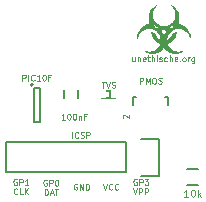
<source format=gto>
G04 #@! TF.FileFunction,Legend,Top*
%FSLAX46Y46*%
G04 Gerber Fmt 4.6, Leading zero omitted, Abs format (unit mm)*
G04 Created by KiCad (PCBNEW 0.201509081510+6169~29~ubuntu14.04.1-product) date 2015-09-09T21:35:09 CEST*
%MOMM*%
G01*
G04 APERTURE LIST*
%ADD10C,0.100000*%
%ADD11C,0.150000*%
%ADD12C,0.127000*%
%ADD13C,0.010000*%
%ADD14C,0.120000*%
%ADD15C,0.175000*%
%ADD16R,0.750000X0.800000*%
%ADD17R,0.500000X0.900000*%
%ADD18R,0.800100X0.698500*%
%ADD19R,1.060000X0.650000*%
%ADD20R,1.727200X2.032000*%
%ADD21O,1.727200X2.032000*%
%ADD22R,0.800100X0.800100*%
%ADD23R,7.500000X1.500000*%
%ADD24R,6.500000X1.000000*%
%ADD25C,3.327400*%
%ADD26R,3.000000X0.900000*%
G04 APERTURE END LIST*
D10*
X92170334Y-73259190D02*
X92337001Y-73759190D01*
X92503667Y-73259190D01*
X92956048Y-73711571D02*
X92932238Y-73735381D01*
X92860810Y-73759190D01*
X92813191Y-73759190D01*
X92741762Y-73735381D01*
X92694143Y-73687762D01*
X92670334Y-73640143D01*
X92646524Y-73544905D01*
X92646524Y-73473476D01*
X92670334Y-73378238D01*
X92694143Y-73330619D01*
X92741762Y-73283000D01*
X92813191Y-73259190D01*
X92860810Y-73259190D01*
X92932238Y-73283000D01*
X92956048Y-73306810D01*
X93456048Y-73711571D02*
X93432238Y-73735381D01*
X93360810Y-73759190D01*
X93313191Y-73759190D01*
X93241762Y-73735381D01*
X93194143Y-73687762D01*
X93170334Y-73640143D01*
X93146524Y-73544905D01*
X93146524Y-73473476D01*
X93170334Y-73378238D01*
X93194143Y-73330619D01*
X93241762Y-73283000D01*
X93313191Y-73259190D01*
X93360810Y-73259190D01*
X93432238Y-73283000D01*
X93456048Y-73306810D01*
X89979547Y-73283000D02*
X89931928Y-73259190D01*
X89860500Y-73259190D01*
X89789071Y-73283000D01*
X89741452Y-73330619D01*
X89717643Y-73378238D01*
X89693833Y-73473476D01*
X89693833Y-73544905D01*
X89717643Y-73640143D01*
X89741452Y-73687762D01*
X89789071Y-73735381D01*
X89860500Y-73759190D01*
X89908119Y-73759190D01*
X89979547Y-73735381D01*
X90003357Y-73711571D01*
X90003357Y-73544905D01*
X89908119Y-73544905D01*
X90217643Y-73759190D02*
X90217643Y-73259190D01*
X90503357Y-73759190D01*
X90503357Y-73259190D01*
X90741453Y-73759190D02*
X90741453Y-73259190D01*
X90860500Y-73259190D01*
X90931929Y-73283000D01*
X90979548Y-73330619D01*
X91003357Y-73378238D01*
X91027167Y-73473476D01*
X91027167Y-73544905D01*
X91003357Y-73640143D01*
X90979548Y-73687762D01*
X90931929Y-73735381D01*
X90860500Y-73759190D01*
X90741453Y-73759190D01*
X93880810Y-67706857D02*
X93857000Y-67683047D01*
X93833190Y-67635428D01*
X93833190Y-67516381D01*
X93857000Y-67468762D01*
X93880810Y-67444952D01*
X93928429Y-67421143D01*
X93976048Y-67421143D01*
X94047476Y-67444952D01*
X94333190Y-67730666D01*
X94333190Y-67421143D01*
X95019857Y-72883000D02*
X94972238Y-72859190D01*
X94900810Y-72859190D01*
X94829381Y-72883000D01*
X94781762Y-72930619D01*
X94757953Y-72978238D01*
X94734143Y-73073476D01*
X94734143Y-73144905D01*
X94757953Y-73240143D01*
X94781762Y-73287762D01*
X94829381Y-73335381D01*
X94900810Y-73359190D01*
X94948429Y-73359190D01*
X95019857Y-73335381D01*
X95043667Y-73311571D01*
X95043667Y-73144905D01*
X94948429Y-73144905D01*
X95257953Y-73359190D02*
X95257953Y-72859190D01*
X95448429Y-72859190D01*
X95496048Y-72883000D01*
X95519857Y-72906810D01*
X95543667Y-72954429D01*
X95543667Y-73025857D01*
X95519857Y-73073476D01*
X95496048Y-73097286D01*
X95448429Y-73121095D01*
X95257953Y-73121095D01*
X95710334Y-72859190D02*
X96019857Y-72859190D01*
X95853191Y-73049667D01*
X95924619Y-73049667D01*
X95972238Y-73073476D01*
X95996048Y-73097286D01*
X96019857Y-73144905D01*
X96019857Y-73263952D01*
X95996048Y-73311571D01*
X95972238Y-73335381D01*
X95924619Y-73359190D01*
X95781762Y-73359190D01*
X95734143Y-73335381D01*
X95710334Y-73311571D01*
X94710334Y-73659190D02*
X94877001Y-74159190D01*
X95043667Y-73659190D01*
X95210334Y-74159190D02*
X95210334Y-73659190D01*
X95400810Y-73659190D01*
X95448429Y-73683000D01*
X95472238Y-73706810D01*
X95496048Y-73754429D01*
X95496048Y-73825857D01*
X95472238Y-73873476D01*
X95448429Y-73897286D01*
X95400810Y-73921095D01*
X95210334Y-73921095D01*
X95710334Y-74159190D02*
X95710334Y-73659190D01*
X95900810Y-73659190D01*
X95948429Y-73683000D01*
X95972238Y-73706810D01*
X95996048Y-73754429D01*
X95996048Y-73825857D01*
X95972238Y-73873476D01*
X95948429Y-73897286D01*
X95900810Y-73921095D01*
X95710334Y-73921095D01*
X84859857Y-72883000D02*
X84812238Y-72859190D01*
X84740810Y-72859190D01*
X84669381Y-72883000D01*
X84621762Y-72930619D01*
X84597953Y-72978238D01*
X84574143Y-73073476D01*
X84574143Y-73144905D01*
X84597953Y-73240143D01*
X84621762Y-73287762D01*
X84669381Y-73335381D01*
X84740810Y-73359190D01*
X84788429Y-73359190D01*
X84859857Y-73335381D01*
X84883667Y-73311571D01*
X84883667Y-73144905D01*
X84788429Y-73144905D01*
X85097953Y-73359190D02*
X85097953Y-72859190D01*
X85288429Y-72859190D01*
X85336048Y-72883000D01*
X85359857Y-72906810D01*
X85383667Y-72954429D01*
X85383667Y-73025857D01*
X85359857Y-73073476D01*
X85336048Y-73097286D01*
X85288429Y-73121095D01*
X85097953Y-73121095D01*
X85859857Y-73359190D02*
X85574143Y-73359190D01*
X85717000Y-73359190D02*
X85717000Y-72859190D01*
X85669381Y-72930619D01*
X85621762Y-72978238D01*
X85574143Y-73002048D01*
X84919381Y-74111571D02*
X84895571Y-74135381D01*
X84824143Y-74159190D01*
X84776524Y-74159190D01*
X84705095Y-74135381D01*
X84657476Y-74087762D01*
X84633667Y-74040143D01*
X84609857Y-73944905D01*
X84609857Y-73873476D01*
X84633667Y-73778238D01*
X84657476Y-73730619D01*
X84705095Y-73683000D01*
X84776524Y-73659190D01*
X84824143Y-73659190D01*
X84895571Y-73683000D01*
X84919381Y-73706810D01*
X85371762Y-74159190D02*
X85133667Y-74159190D01*
X85133667Y-73659190D01*
X85538429Y-74159190D02*
X85538429Y-73659190D01*
X85824143Y-74159190D02*
X85609857Y-73873476D01*
X85824143Y-73659190D02*
X85538429Y-73944905D01*
X87399857Y-72946500D02*
X87352238Y-72922690D01*
X87280810Y-72922690D01*
X87209381Y-72946500D01*
X87161762Y-72994119D01*
X87137953Y-73041738D01*
X87114143Y-73136976D01*
X87114143Y-73208405D01*
X87137953Y-73303643D01*
X87161762Y-73351262D01*
X87209381Y-73398881D01*
X87280810Y-73422690D01*
X87328429Y-73422690D01*
X87399857Y-73398881D01*
X87423667Y-73375071D01*
X87423667Y-73208405D01*
X87328429Y-73208405D01*
X87637953Y-73422690D02*
X87637953Y-72922690D01*
X87828429Y-72922690D01*
X87876048Y-72946500D01*
X87899857Y-72970310D01*
X87923667Y-73017929D01*
X87923667Y-73089357D01*
X87899857Y-73136976D01*
X87876048Y-73160786D01*
X87828429Y-73184595D01*
X87637953Y-73184595D01*
X88233191Y-72922690D02*
X88280810Y-72922690D01*
X88328429Y-72946500D01*
X88352238Y-72970310D01*
X88376048Y-73017929D01*
X88399857Y-73113167D01*
X88399857Y-73232214D01*
X88376048Y-73327452D01*
X88352238Y-73375071D01*
X88328429Y-73398881D01*
X88280810Y-73422690D01*
X88233191Y-73422690D01*
X88185572Y-73398881D01*
X88161762Y-73375071D01*
X88137953Y-73327452D01*
X88114143Y-73232214D01*
X88114143Y-73113167D01*
X88137953Y-73017929D01*
X88161762Y-72970310D01*
X88185572Y-72946500D01*
X88233191Y-72922690D01*
X87221287Y-74222690D02*
X87221287Y-73722690D01*
X87340334Y-73722690D01*
X87411763Y-73746500D01*
X87459382Y-73794119D01*
X87483191Y-73841738D01*
X87507001Y-73936976D01*
X87507001Y-74008405D01*
X87483191Y-74103643D01*
X87459382Y-74151262D01*
X87411763Y-74198881D01*
X87340334Y-74222690D01*
X87221287Y-74222690D01*
X87697477Y-74079833D02*
X87935572Y-74079833D01*
X87649858Y-74222690D02*
X87816525Y-73722690D01*
X87983191Y-74222690D01*
X88078429Y-73722690D02*
X88364143Y-73722690D01*
X88221286Y-74222690D02*
X88221286Y-73722690D01*
D11*
X92770197Y-65443277D02*
X92770197Y-65951277D01*
X88868197Y-65983777D02*
X88868197Y-65283777D01*
X90068197Y-65283777D02*
X90068197Y-65983777D01*
X99255197Y-72007277D02*
X100255197Y-72007277D01*
X100255197Y-73357277D02*
X99255197Y-73357277D01*
D12*
X92973397Y-65417877D02*
X92973397Y-65976677D01*
X92312997Y-65417877D02*
X92312997Y-65976677D01*
X92109797Y-65417877D02*
X92109797Y-65976677D01*
X92109797Y-65976677D02*
X93176597Y-65976677D01*
X93176597Y-65976677D02*
X93176597Y-65417877D01*
X93176597Y-65417877D02*
X92109797Y-65417877D01*
D11*
X86247197Y-64886277D02*
G75*
G03X86247197Y-64886277I-100000J0D01*
G01*
X86797197Y-65136277D02*
X86297197Y-65136277D01*
X86797197Y-68036277D02*
X86797197Y-65136277D01*
X86297197Y-68036277D02*
X86797197Y-68036277D01*
X86297197Y-65136277D02*
X86297197Y-68036277D01*
X95373697Y-69481277D02*
X96923697Y-69481277D01*
X96923697Y-69481277D02*
X96923697Y-72581277D01*
X96923697Y-72581277D02*
X95373697Y-72581277D01*
X94103697Y-72301277D02*
X83943697Y-72301277D01*
X83943697Y-72301277D02*
X83943697Y-69761277D01*
X83943697Y-69761277D02*
X94103697Y-69761277D01*
X94103697Y-72301277D02*
X94103697Y-69761277D01*
X97498357Y-65936037D02*
X97450097Y-65936037D01*
X94699377Y-66637077D02*
X94699377Y-65936037D01*
X94699377Y-65936037D02*
X94948297Y-65936037D01*
X97498357Y-65936037D02*
X97699017Y-65936037D01*
X97699017Y-65936037D02*
X97699017Y-66637077D01*
D13*
G36*
X97604538Y-61460525D02*
X97625350Y-61508410D01*
X97657161Y-61567039D01*
X97695895Y-61629664D01*
X97737475Y-61689540D01*
X97762195Y-61721464D01*
X97836519Y-61799399D01*
X97927832Y-61873967D01*
X98030039Y-61941264D01*
X98137044Y-61997387D01*
X98242751Y-62038430D01*
X98269136Y-62046114D01*
X98335212Y-62059082D01*
X98416317Y-62067706D01*
X98504763Y-62071786D01*
X98592864Y-62071120D01*
X98672933Y-62065510D01*
X98723082Y-62057938D01*
X98769414Y-62048382D01*
X98808703Y-62039974D01*
X98834083Y-62034193D01*
X98837689Y-62033266D01*
X98837629Y-62035230D01*
X98820164Y-62045220D01*
X98788735Y-62061334D01*
X98772383Y-62069380D01*
X98720404Y-62091959D01*
X98657212Y-62115459D01*
X98594124Y-62135761D01*
X98576110Y-62140828D01*
X98531640Y-62152154D01*
X98492205Y-62160214D01*
X98452238Y-62165549D01*
X98406170Y-62168699D01*
X98348434Y-62170204D01*
X98273461Y-62170605D01*
X98269136Y-62170605D01*
X98193511Y-62170264D01*
X98135341Y-62168866D01*
X98088996Y-62165854D01*
X98048846Y-62160669D01*
X98009260Y-62152751D01*
X97964607Y-62141541D01*
X97957680Y-62139691D01*
X97820384Y-62093447D01*
X97685000Y-62030090D01*
X97556913Y-61952805D01*
X97441510Y-61864779D01*
X97358749Y-61785339D01*
X97293999Y-61715401D01*
X97208567Y-61800832D01*
X97081032Y-61912852D01*
X96942155Y-62006123D01*
X96794027Y-62079971D01*
X96638738Y-62133721D01*
X96478378Y-62166696D01*
X96315037Y-62178222D01*
X96150805Y-62167624D01*
X96098590Y-62159483D01*
X96041592Y-62147774D01*
X95981278Y-62132991D01*
X95931181Y-62118480D01*
X95889954Y-62104038D01*
X95843892Y-62086385D01*
X95797711Y-62067539D01*
X95756127Y-62049517D01*
X95723857Y-62034340D01*
X95705617Y-62024026D01*
X95703393Y-62020986D01*
X95715294Y-62022523D01*
X95743050Y-62030037D01*
X95780708Y-62041913D01*
X95781586Y-62042206D01*
X95834502Y-62054596D01*
X95904190Y-62063375D01*
X95984606Y-62068493D01*
X96069708Y-62069902D01*
X96153451Y-62067554D01*
X96229795Y-62061400D01*
X96292695Y-62051392D01*
X96312181Y-62046462D01*
X96452904Y-61995355D01*
X96579801Y-61927464D01*
X96696358Y-61840652D01*
X96782027Y-61758760D01*
X96830700Y-61702678D01*
X96878866Y-61638652D01*
X96922613Y-61572619D01*
X96958026Y-61510513D01*
X96981191Y-61458271D01*
X96982258Y-61455122D01*
X96994346Y-61418494D01*
X97060241Y-61437369D01*
X97106794Y-61446400D01*
X97169469Y-61452600D01*
X97242226Y-61455976D01*
X97319023Y-61456535D01*
X97393821Y-61454285D01*
X97460579Y-61449233D01*
X97513255Y-61441386D01*
X97531222Y-61436800D01*
X97589944Y-61418413D01*
X97604538Y-61460525D01*
X97604538Y-61460525D01*
G37*
X97604538Y-61460525D02*
X97625350Y-61508410D01*
X97657161Y-61567039D01*
X97695895Y-61629664D01*
X97737475Y-61689540D01*
X97762195Y-61721464D01*
X97836519Y-61799399D01*
X97927832Y-61873967D01*
X98030039Y-61941264D01*
X98137044Y-61997387D01*
X98242751Y-62038430D01*
X98269136Y-62046114D01*
X98335212Y-62059082D01*
X98416317Y-62067706D01*
X98504763Y-62071786D01*
X98592864Y-62071120D01*
X98672933Y-62065510D01*
X98723082Y-62057938D01*
X98769414Y-62048382D01*
X98808703Y-62039974D01*
X98834083Y-62034193D01*
X98837689Y-62033266D01*
X98837629Y-62035230D01*
X98820164Y-62045220D01*
X98788735Y-62061334D01*
X98772383Y-62069380D01*
X98720404Y-62091959D01*
X98657212Y-62115459D01*
X98594124Y-62135761D01*
X98576110Y-62140828D01*
X98531640Y-62152154D01*
X98492205Y-62160214D01*
X98452238Y-62165549D01*
X98406170Y-62168699D01*
X98348434Y-62170204D01*
X98273461Y-62170605D01*
X98269136Y-62170605D01*
X98193511Y-62170264D01*
X98135341Y-62168866D01*
X98088996Y-62165854D01*
X98048846Y-62160669D01*
X98009260Y-62152751D01*
X97964607Y-62141541D01*
X97957680Y-62139691D01*
X97820384Y-62093447D01*
X97685000Y-62030090D01*
X97556913Y-61952805D01*
X97441510Y-61864779D01*
X97358749Y-61785339D01*
X97293999Y-61715401D01*
X97208567Y-61800832D01*
X97081032Y-61912852D01*
X96942155Y-62006123D01*
X96794027Y-62079971D01*
X96638738Y-62133721D01*
X96478378Y-62166696D01*
X96315037Y-62178222D01*
X96150805Y-62167624D01*
X96098590Y-62159483D01*
X96041592Y-62147774D01*
X95981278Y-62132991D01*
X95931181Y-62118480D01*
X95889954Y-62104038D01*
X95843892Y-62086385D01*
X95797711Y-62067539D01*
X95756127Y-62049517D01*
X95723857Y-62034340D01*
X95705617Y-62024026D01*
X95703393Y-62020986D01*
X95715294Y-62022523D01*
X95743050Y-62030037D01*
X95780708Y-62041913D01*
X95781586Y-62042206D01*
X95834502Y-62054596D01*
X95904190Y-62063375D01*
X95984606Y-62068493D01*
X96069708Y-62069902D01*
X96153451Y-62067554D01*
X96229795Y-62061400D01*
X96292695Y-62051392D01*
X96312181Y-62046462D01*
X96452904Y-61995355D01*
X96579801Y-61927464D01*
X96696358Y-61840652D01*
X96782027Y-61758760D01*
X96830700Y-61702678D01*
X96878866Y-61638652D01*
X96922613Y-61572619D01*
X96958026Y-61510513D01*
X96981191Y-61458271D01*
X96982258Y-61455122D01*
X96994346Y-61418494D01*
X97060241Y-61437369D01*
X97106794Y-61446400D01*
X97169469Y-61452600D01*
X97242226Y-61455976D01*
X97319023Y-61456535D01*
X97393821Y-61454285D01*
X97460579Y-61449233D01*
X97513255Y-61441386D01*
X97531222Y-61436800D01*
X97589944Y-61418413D01*
X97604538Y-61460525D01*
G36*
X98875272Y-62022182D02*
X98869500Y-62027955D01*
X98863727Y-62022182D01*
X98869500Y-62016409D01*
X98875272Y-62022182D01*
X98875272Y-62022182D01*
G37*
X98875272Y-62022182D02*
X98869500Y-62027955D01*
X98863727Y-62022182D01*
X98869500Y-62016409D01*
X98875272Y-62022182D01*
G36*
X96409047Y-60505291D02*
X96562994Y-60597505D01*
X96612534Y-60697934D01*
X96677898Y-60804822D01*
X96761968Y-60900224D01*
X96862408Y-60982162D01*
X96976881Y-61048662D01*
X97074181Y-61088465D01*
X97107135Y-61097886D01*
X97144091Y-61104204D01*
X97190293Y-61107912D01*
X97250983Y-61109503D01*
X97299318Y-61109640D01*
X97364689Y-61109188D01*
X97412823Y-61107677D01*
X97449571Y-61104242D01*
X97480785Y-61098015D01*
X97512318Y-61088130D01*
X97550022Y-61073720D01*
X97554838Y-61071805D01*
X97673867Y-61013035D01*
X97780052Y-60937456D01*
X97871028Y-60847242D01*
X97944429Y-60744567D01*
X97975902Y-60684758D01*
X98015136Y-60600360D01*
X98158506Y-60514635D01*
X98210373Y-60483776D01*
X98255496Y-60457220D01*
X98290019Y-60437213D01*
X98310091Y-60426001D01*
X98313146Y-60424506D01*
X98318678Y-60431760D01*
X98319321Y-60456825D01*
X98315661Y-60495079D01*
X98308283Y-60541901D01*
X98297772Y-60592667D01*
X98286147Y-60637801D01*
X98233457Y-60780653D01*
X98160392Y-60914332D01*
X98068704Y-61036272D01*
X97960142Y-61143907D01*
X97917000Y-61178865D01*
X97792650Y-61260121D01*
X97657617Y-61322575D01*
X97515160Y-61365429D01*
X97368539Y-61387883D01*
X97221016Y-61389139D01*
X97112761Y-61375874D01*
X96963782Y-61337573D01*
X96824978Y-61279436D01*
X96697792Y-61203005D01*
X96583665Y-61109818D01*
X96484042Y-61001418D01*
X96400364Y-60879344D01*
X96334074Y-60745137D01*
X96286614Y-60600337D01*
X96261794Y-60467176D01*
X96255100Y-60413078D01*
X96409047Y-60505291D01*
X96409047Y-60505291D01*
G37*
X96409047Y-60505291D02*
X96562994Y-60597505D01*
X96612534Y-60697934D01*
X96677898Y-60804822D01*
X96761968Y-60900224D01*
X96862408Y-60982162D01*
X96976881Y-61048662D01*
X97074181Y-61088465D01*
X97107135Y-61097886D01*
X97144091Y-61104204D01*
X97190293Y-61107912D01*
X97250983Y-61109503D01*
X97299318Y-61109640D01*
X97364689Y-61109188D01*
X97412823Y-61107677D01*
X97449571Y-61104242D01*
X97480785Y-61098015D01*
X97512318Y-61088130D01*
X97550022Y-61073720D01*
X97554838Y-61071805D01*
X97673867Y-61013035D01*
X97780052Y-60937456D01*
X97871028Y-60847242D01*
X97944429Y-60744567D01*
X97975902Y-60684758D01*
X98015136Y-60600360D01*
X98158506Y-60514635D01*
X98210373Y-60483776D01*
X98255496Y-60457220D01*
X98290019Y-60437213D01*
X98310091Y-60426001D01*
X98313146Y-60424506D01*
X98318678Y-60431760D01*
X98319321Y-60456825D01*
X98315661Y-60495079D01*
X98308283Y-60541901D01*
X98297772Y-60592667D01*
X98286147Y-60637801D01*
X98233457Y-60780653D01*
X98160392Y-60914332D01*
X98068704Y-61036272D01*
X97960142Y-61143907D01*
X97917000Y-61178865D01*
X97792650Y-61260121D01*
X97657617Y-61322575D01*
X97515160Y-61365429D01*
X97368539Y-61387883D01*
X97221016Y-61389139D01*
X97112761Y-61375874D01*
X96963782Y-61337573D01*
X96824978Y-61279436D01*
X96697792Y-61203005D01*
X96583665Y-61109818D01*
X96484042Y-61001418D01*
X96400364Y-60879344D01*
X96334074Y-60745137D01*
X96286614Y-60600337D01*
X96261794Y-60467176D01*
X96255100Y-60413078D01*
X96409047Y-60505291D01*
G36*
X97154888Y-60514655D02*
X97218463Y-60548061D01*
X97287083Y-60560494D01*
X97356131Y-60551955D01*
X97420992Y-60522442D01*
X97432202Y-60514655D01*
X97445122Y-60510848D01*
X97465604Y-60515797D01*
X97497536Y-60530973D01*
X97541883Y-60556122D01*
X97582524Y-60580172D01*
X97614883Y-60599548D01*
X97634341Y-60611473D01*
X97637828Y-60613807D01*
X97635250Y-60625049D01*
X97624543Y-60649856D01*
X97616532Y-60666150D01*
X97601911Y-60701125D01*
X97585405Y-60750314D01*
X97568815Y-60807028D01*
X97553939Y-60864578D01*
X97542577Y-60916274D01*
X97536530Y-60955427D01*
X97536000Y-60965499D01*
X97533355Y-60984627D01*
X97521832Y-60997828D01*
X97496048Y-61009649D01*
X97475386Y-61016704D01*
X97409779Y-61031811D01*
X97331743Y-61040193D01*
X97251054Y-61041455D01*
X97177487Y-61035206D01*
X97149227Y-61029819D01*
X97110169Y-61020994D01*
X97079273Y-61014756D01*
X97065522Y-61012696D01*
X97055240Y-61001715D01*
X97051096Y-60974266D01*
X97051090Y-60973026D01*
X97047418Y-60936671D01*
X97037612Y-60885558D01*
X97023488Y-60826607D01*
X97006863Y-60766738D01*
X96989552Y-60712873D01*
X96973372Y-60671932D01*
X96970557Y-60666150D01*
X96956668Y-60636915D01*
X96949444Y-60617650D01*
X96949262Y-60613807D01*
X96960184Y-60606856D01*
X96986410Y-60591009D01*
X97023320Y-60569043D01*
X97045207Y-60556122D01*
X97091576Y-60529899D01*
X97122811Y-60515296D01*
X97142800Y-60510843D01*
X97154888Y-60514655D01*
X97154888Y-60514655D01*
G37*
X97154888Y-60514655D02*
X97218463Y-60548061D01*
X97287083Y-60560494D01*
X97356131Y-60551955D01*
X97420992Y-60522442D01*
X97432202Y-60514655D01*
X97445122Y-60510848D01*
X97465604Y-60515797D01*
X97497536Y-60530973D01*
X97541883Y-60556122D01*
X97582524Y-60580172D01*
X97614883Y-60599548D01*
X97634341Y-60611473D01*
X97637828Y-60613807D01*
X97635250Y-60625049D01*
X97624543Y-60649856D01*
X97616532Y-60666150D01*
X97601911Y-60701125D01*
X97585405Y-60750314D01*
X97568815Y-60807028D01*
X97553939Y-60864578D01*
X97542577Y-60916274D01*
X97536530Y-60955427D01*
X97536000Y-60965499D01*
X97533355Y-60984627D01*
X97521832Y-60997828D01*
X97496048Y-61009649D01*
X97475386Y-61016704D01*
X97409779Y-61031811D01*
X97331743Y-61040193D01*
X97251054Y-61041455D01*
X97177487Y-61035206D01*
X97149227Y-61029819D01*
X97110169Y-61020994D01*
X97079273Y-61014756D01*
X97065522Y-61012696D01*
X97055240Y-61001715D01*
X97051096Y-60974266D01*
X97051090Y-60973026D01*
X97047418Y-60936671D01*
X97037612Y-60885558D01*
X97023488Y-60826607D01*
X97006863Y-60766738D01*
X96989552Y-60712873D01*
X96973372Y-60671932D01*
X96970557Y-60666150D01*
X96956668Y-60636915D01*
X96949444Y-60617650D01*
X96949262Y-60613807D01*
X96960184Y-60606856D01*
X96986410Y-60591009D01*
X97023320Y-60569043D01*
X97045207Y-60556122D01*
X97091576Y-60529899D01*
X97122811Y-60515296D01*
X97142800Y-60510843D01*
X97154888Y-60514655D01*
G36*
X96568283Y-58223237D02*
X96469901Y-58345828D01*
X96393416Y-58473565D01*
X96337853Y-58608421D01*
X96302236Y-58752368D01*
X96299927Y-58766143D01*
X96292052Y-58846455D01*
X96291089Y-58939031D01*
X96296550Y-59035054D01*
X96307949Y-59125708D01*
X96323800Y-59198701D01*
X96374961Y-59338005D01*
X96445621Y-59466937D01*
X96533837Y-59583693D01*
X96637663Y-59686467D01*
X96755156Y-59773453D01*
X96884371Y-59842848D01*
X97023365Y-59892844D01*
X97088126Y-59908439D01*
X97134824Y-59917258D01*
X97176133Y-59923733D01*
X97204044Y-59926632D01*
X97206467Y-59926682D01*
X97235818Y-59926682D01*
X97235818Y-60042499D01*
X97235311Y-60096216D01*
X97233316Y-60131186D01*
X97229123Y-60151737D01*
X97222021Y-60162201D01*
X97215613Y-60165605D01*
X97161894Y-60196592D01*
X97119989Y-60243875D01*
X97093480Y-60302177D01*
X97085727Y-60357024D01*
X97085727Y-60407286D01*
X96990477Y-60461589D01*
X96895227Y-60515893D01*
X96860590Y-60472858D01*
X96781440Y-60381502D01*
X96703396Y-60307244D01*
X96620427Y-60245224D01*
X96526504Y-60190581D01*
X96484536Y-60169710D01*
X96343459Y-60114391D01*
X96199930Y-60081068D01*
X96055977Y-60069084D01*
X95913624Y-60077782D01*
X95774901Y-60106507D01*
X95641834Y-60154600D01*
X95516450Y-60221405D01*
X95400775Y-60306267D01*
X95296837Y-60408527D01*
X95206663Y-60527530D01*
X95165164Y-60597129D01*
X95127912Y-60674850D01*
X95094979Y-60761034D01*
X95070621Y-60844134D01*
X95065443Y-60867635D01*
X95059687Y-60894394D01*
X95056700Y-60899742D01*
X95055282Y-60885013D01*
X95055060Y-60879182D01*
X95058249Y-60809018D01*
X95070999Y-60724637D01*
X95091755Y-60632061D01*
X95118962Y-60537312D01*
X95151064Y-60446412D01*
X95186507Y-60365383D01*
X95189062Y-60360257D01*
X95270847Y-60221632D01*
X95369952Y-60094408D01*
X95483914Y-59980499D01*
X95610269Y-59881824D01*
X95746553Y-59800297D01*
X95883791Y-59740665D01*
X96426589Y-59740665D01*
X96428195Y-59763145D01*
X96433364Y-59800762D01*
X96442188Y-59856716D01*
X96446612Y-59884027D01*
X96456163Y-59943683D01*
X96464238Y-59995716D01*
X96470156Y-60035619D01*
X96473237Y-60058885D01*
X96473521Y-60062341D01*
X96478876Y-60067178D01*
X96496164Y-60070886D01*
X96527560Y-60073582D01*
X96575234Y-60075383D01*
X96641360Y-60076406D01*
X96728110Y-60076768D01*
X96741287Y-60076773D01*
X96816760Y-60076593D01*
X96883574Y-60076088D01*
X96938593Y-60075310D01*
X96978684Y-60074313D01*
X97000710Y-60073147D01*
X97003946Y-60072384D01*
X96993020Y-60065327D01*
X96965395Y-60048227D01*
X96924153Y-60022953D01*
X96872379Y-59991373D01*
X96813155Y-59955355D01*
X96749565Y-59916766D01*
X96684691Y-59877476D01*
X96621617Y-59839351D01*
X96563425Y-59804260D01*
X96513199Y-59774071D01*
X96474022Y-59750653D01*
X96448977Y-59735872D01*
X96442233Y-59732042D01*
X96433701Y-59728314D01*
X96428456Y-59730121D01*
X96426589Y-59740665D01*
X95883791Y-59740665D01*
X95890302Y-59737836D01*
X96039053Y-59696356D01*
X96043903Y-59695389D01*
X96081015Y-59686902D01*
X96107013Y-59678691D01*
X96115909Y-59672987D01*
X96112403Y-59658500D01*
X96103279Y-59629042D01*
X96092408Y-59596558D01*
X96057751Y-59464330D01*
X96039989Y-59321485D01*
X96038906Y-59172909D01*
X96054287Y-59023491D01*
X96085916Y-58878118D01*
X96129644Y-58751033D01*
X96193136Y-58621143D01*
X96272711Y-58496020D01*
X96364740Y-58380228D01*
X96465593Y-58278331D01*
X96571641Y-58194896D01*
X96571954Y-58194684D01*
X96629681Y-58155668D01*
X96568283Y-58223237D01*
X96568283Y-58223237D01*
G37*
X96568283Y-58223237D02*
X96469901Y-58345828D01*
X96393416Y-58473565D01*
X96337853Y-58608421D01*
X96302236Y-58752368D01*
X96299927Y-58766143D01*
X96292052Y-58846455D01*
X96291089Y-58939031D01*
X96296550Y-59035054D01*
X96307949Y-59125708D01*
X96323800Y-59198701D01*
X96374961Y-59338005D01*
X96445621Y-59466937D01*
X96533837Y-59583693D01*
X96637663Y-59686467D01*
X96755156Y-59773453D01*
X96884371Y-59842848D01*
X97023365Y-59892844D01*
X97088126Y-59908439D01*
X97134824Y-59917258D01*
X97176133Y-59923733D01*
X97204044Y-59926632D01*
X97206467Y-59926682D01*
X97235818Y-59926682D01*
X97235818Y-60042499D01*
X97235311Y-60096216D01*
X97233316Y-60131186D01*
X97229123Y-60151737D01*
X97222021Y-60162201D01*
X97215613Y-60165605D01*
X97161894Y-60196592D01*
X97119989Y-60243875D01*
X97093480Y-60302177D01*
X97085727Y-60357024D01*
X97085727Y-60407286D01*
X96990477Y-60461589D01*
X96895227Y-60515893D01*
X96860590Y-60472858D01*
X96781440Y-60381502D01*
X96703396Y-60307244D01*
X96620427Y-60245224D01*
X96526504Y-60190581D01*
X96484536Y-60169710D01*
X96343459Y-60114391D01*
X96199930Y-60081068D01*
X96055977Y-60069084D01*
X95913624Y-60077782D01*
X95774901Y-60106507D01*
X95641834Y-60154600D01*
X95516450Y-60221405D01*
X95400775Y-60306267D01*
X95296837Y-60408527D01*
X95206663Y-60527530D01*
X95165164Y-60597129D01*
X95127912Y-60674850D01*
X95094979Y-60761034D01*
X95070621Y-60844134D01*
X95065443Y-60867635D01*
X95059687Y-60894394D01*
X95056700Y-60899742D01*
X95055282Y-60885013D01*
X95055060Y-60879182D01*
X95058249Y-60809018D01*
X95070999Y-60724637D01*
X95091755Y-60632061D01*
X95118962Y-60537312D01*
X95151064Y-60446412D01*
X95186507Y-60365383D01*
X95189062Y-60360257D01*
X95270847Y-60221632D01*
X95369952Y-60094408D01*
X95483914Y-59980499D01*
X95610269Y-59881824D01*
X95746553Y-59800297D01*
X95883791Y-59740665D01*
X96426589Y-59740665D01*
X96428195Y-59763145D01*
X96433364Y-59800762D01*
X96442188Y-59856716D01*
X96446612Y-59884027D01*
X96456163Y-59943683D01*
X96464238Y-59995716D01*
X96470156Y-60035619D01*
X96473237Y-60058885D01*
X96473521Y-60062341D01*
X96478876Y-60067178D01*
X96496164Y-60070886D01*
X96527560Y-60073582D01*
X96575234Y-60075383D01*
X96641360Y-60076406D01*
X96728110Y-60076768D01*
X96741287Y-60076773D01*
X96816760Y-60076593D01*
X96883574Y-60076088D01*
X96938593Y-60075310D01*
X96978684Y-60074313D01*
X97000710Y-60073147D01*
X97003946Y-60072384D01*
X96993020Y-60065327D01*
X96965395Y-60048227D01*
X96924153Y-60022953D01*
X96872379Y-59991373D01*
X96813155Y-59955355D01*
X96749565Y-59916766D01*
X96684691Y-59877476D01*
X96621617Y-59839351D01*
X96563425Y-59804260D01*
X96513199Y-59774071D01*
X96474022Y-59750653D01*
X96448977Y-59735872D01*
X96442233Y-59732042D01*
X96433701Y-59728314D01*
X96428456Y-59730121D01*
X96426589Y-59740665D01*
X95883791Y-59740665D01*
X95890302Y-59737836D01*
X96039053Y-59696356D01*
X96043903Y-59695389D01*
X96081015Y-59686902D01*
X96107013Y-59678691D01*
X96115909Y-59672987D01*
X96112403Y-59658500D01*
X96103279Y-59629042D01*
X96092408Y-59596558D01*
X96057751Y-59464330D01*
X96039989Y-59321485D01*
X96038906Y-59172909D01*
X96054287Y-59023491D01*
X96085916Y-58878118D01*
X96129644Y-58751033D01*
X96193136Y-58621143D01*
X96272711Y-58496020D01*
X96364740Y-58380228D01*
X96465593Y-58278331D01*
X96571641Y-58194896D01*
X96571954Y-58194684D01*
X96629681Y-58155668D01*
X96568283Y-58223237D01*
G36*
X98009363Y-58195714D02*
X98083609Y-58252955D01*
X98161608Y-58324681D01*
X98237173Y-58404536D01*
X98304121Y-58486162D01*
X98337081Y-58532588D01*
X98419438Y-58677007D01*
X98481596Y-58829971D01*
X98523233Y-58988959D01*
X98544026Y-59151452D01*
X98543653Y-59314928D01*
X98521791Y-59476867D01*
X98478117Y-59634749D01*
X98478106Y-59634781D01*
X98461487Y-59681883D01*
X98511776Y-59689425D01*
X98573006Y-59702639D01*
X98646788Y-59724829D01*
X98725683Y-59753419D01*
X98802248Y-59785834D01*
X98833593Y-59800799D01*
X98975593Y-59884033D01*
X99104682Y-59985033D01*
X99219310Y-60101669D01*
X99317925Y-60231814D01*
X99398979Y-60373336D01*
X99460920Y-60524107D01*
X99502199Y-60681998D01*
X99510310Y-60730356D01*
X99516063Y-60776412D01*
X99519271Y-60815874D01*
X99520059Y-60845730D01*
X99518554Y-60862965D01*
X99514884Y-60864565D01*
X99509176Y-60847515D01*
X99505985Y-60833000D01*
X99487344Y-60765550D01*
X99457833Y-60688148D01*
X99420968Y-60608903D01*
X99380269Y-60535925D01*
X99370294Y-60520203D01*
X99280459Y-60402340D01*
X99177709Y-60302133D01*
X99064126Y-60219681D01*
X98941794Y-60155084D01*
X98812798Y-60108440D01*
X98679219Y-60079850D01*
X98543142Y-60069412D01*
X98406651Y-60077227D01*
X98271828Y-60103393D01*
X98140758Y-60148011D01*
X98015523Y-60211179D01*
X97898207Y-60292997D01*
X97790894Y-60393564D01*
X97748201Y-60442773D01*
X97720960Y-60475004D01*
X97699018Y-60498738D01*
X97686545Y-60509506D01*
X97685718Y-60509727D01*
X97672758Y-60504453D01*
X97644637Y-60490312D01*
X97606278Y-60469829D01*
X97584391Y-60457773D01*
X97539803Y-60432118D01*
X97512516Y-60413669D01*
X97499114Y-60399440D01*
X97496179Y-60386442D01*
X97497050Y-60381391D01*
X97497545Y-60336887D01*
X97481883Y-60287029D01*
X97453776Y-60238229D01*
X97416938Y-60196896D01*
X97375083Y-60169441D01*
X97374017Y-60168993D01*
X97338928Y-60154459D01*
X97341429Y-60070299D01*
X97561716Y-60070299D01*
X97570811Y-60072149D01*
X97599855Y-60073793D01*
X97645707Y-60075151D01*
X97705224Y-60076144D01*
X97775266Y-60076691D01*
X97816719Y-60076773D01*
X98078196Y-60076773D01*
X98084196Y-60050796D01*
X98089208Y-60025426D01*
X98096062Y-59985870D01*
X98104007Y-59937065D01*
X98112296Y-59883951D01*
X98120179Y-59831467D01*
X98126906Y-59784551D01*
X98131729Y-59748143D01*
X98133897Y-59727180D01*
X98133769Y-59724048D01*
X98123708Y-59729082D01*
X98096974Y-59744383D01*
X98056573Y-59768133D01*
X98005508Y-59798514D01*
X97946782Y-59833707D01*
X97883401Y-59871896D01*
X97818367Y-59911260D01*
X97754685Y-59949983D01*
X97695358Y-59986245D01*
X97643391Y-60018229D01*
X97601787Y-60044117D01*
X97573550Y-60062090D01*
X97561716Y-60070299D01*
X97341429Y-60070299D01*
X97342214Y-60043923D01*
X97345500Y-59933388D01*
X97432090Y-59919532D01*
X97586070Y-59883976D01*
X97728261Y-59828893D01*
X97857675Y-59755070D01*
X97973325Y-59663296D01*
X98074227Y-59554356D01*
X98159391Y-59429038D01*
X98227832Y-59288129D01*
X98229805Y-59283196D01*
X98270917Y-59149365D01*
X98291877Y-59008456D01*
X98292832Y-58864395D01*
X98273930Y-58721108D01*
X98235318Y-58582522D01*
X98200281Y-58498000D01*
X98159270Y-58418578D01*
X98115049Y-58349234D01*
X98061887Y-58281732D01*
X98010071Y-58224578D01*
X97934318Y-58144610D01*
X98009363Y-58195714D01*
X98009363Y-58195714D01*
G37*
X98009363Y-58195714D02*
X98083609Y-58252955D01*
X98161608Y-58324681D01*
X98237173Y-58404536D01*
X98304121Y-58486162D01*
X98337081Y-58532588D01*
X98419438Y-58677007D01*
X98481596Y-58829971D01*
X98523233Y-58988959D01*
X98544026Y-59151452D01*
X98543653Y-59314928D01*
X98521791Y-59476867D01*
X98478117Y-59634749D01*
X98478106Y-59634781D01*
X98461487Y-59681883D01*
X98511776Y-59689425D01*
X98573006Y-59702639D01*
X98646788Y-59724829D01*
X98725683Y-59753419D01*
X98802248Y-59785834D01*
X98833593Y-59800799D01*
X98975593Y-59884033D01*
X99104682Y-59985033D01*
X99219310Y-60101669D01*
X99317925Y-60231814D01*
X99398979Y-60373336D01*
X99460920Y-60524107D01*
X99502199Y-60681998D01*
X99510310Y-60730356D01*
X99516063Y-60776412D01*
X99519271Y-60815874D01*
X99520059Y-60845730D01*
X99518554Y-60862965D01*
X99514884Y-60864565D01*
X99509176Y-60847515D01*
X99505985Y-60833000D01*
X99487344Y-60765550D01*
X99457833Y-60688148D01*
X99420968Y-60608903D01*
X99380269Y-60535925D01*
X99370294Y-60520203D01*
X99280459Y-60402340D01*
X99177709Y-60302133D01*
X99064126Y-60219681D01*
X98941794Y-60155084D01*
X98812798Y-60108440D01*
X98679219Y-60079850D01*
X98543142Y-60069412D01*
X98406651Y-60077227D01*
X98271828Y-60103393D01*
X98140758Y-60148011D01*
X98015523Y-60211179D01*
X97898207Y-60292997D01*
X97790894Y-60393564D01*
X97748201Y-60442773D01*
X97720960Y-60475004D01*
X97699018Y-60498738D01*
X97686545Y-60509506D01*
X97685718Y-60509727D01*
X97672758Y-60504453D01*
X97644637Y-60490312D01*
X97606278Y-60469829D01*
X97584391Y-60457773D01*
X97539803Y-60432118D01*
X97512516Y-60413669D01*
X97499114Y-60399440D01*
X97496179Y-60386442D01*
X97497050Y-60381391D01*
X97497545Y-60336887D01*
X97481883Y-60287029D01*
X97453776Y-60238229D01*
X97416938Y-60196896D01*
X97375083Y-60169441D01*
X97374017Y-60168993D01*
X97338928Y-60154459D01*
X97341429Y-60070299D01*
X97561716Y-60070299D01*
X97570811Y-60072149D01*
X97599855Y-60073793D01*
X97645707Y-60075151D01*
X97705224Y-60076144D01*
X97775266Y-60076691D01*
X97816719Y-60076773D01*
X98078196Y-60076773D01*
X98084196Y-60050796D01*
X98089208Y-60025426D01*
X98096062Y-59985870D01*
X98104007Y-59937065D01*
X98112296Y-59883951D01*
X98120179Y-59831467D01*
X98126906Y-59784551D01*
X98131729Y-59748143D01*
X98133897Y-59727180D01*
X98133769Y-59724048D01*
X98123708Y-59729082D01*
X98096974Y-59744383D01*
X98056573Y-59768133D01*
X98005508Y-59798514D01*
X97946782Y-59833707D01*
X97883401Y-59871896D01*
X97818367Y-59911260D01*
X97754685Y-59949983D01*
X97695358Y-59986245D01*
X97643391Y-60018229D01*
X97601787Y-60044117D01*
X97573550Y-60062090D01*
X97561716Y-60070299D01*
X97341429Y-60070299D01*
X97342214Y-60043923D01*
X97345500Y-59933388D01*
X97432090Y-59919532D01*
X97586070Y-59883976D01*
X97728261Y-59828893D01*
X97857675Y-59755070D01*
X97973325Y-59663296D01*
X98074227Y-59554356D01*
X98159391Y-59429038D01*
X98227832Y-59288129D01*
X98229805Y-59283196D01*
X98270917Y-59149365D01*
X98291877Y-59008456D01*
X98292832Y-58864395D01*
X98273930Y-58721108D01*
X98235318Y-58582522D01*
X98200281Y-58498000D01*
X98159270Y-58418578D01*
X98115049Y-58349234D01*
X98061887Y-58281732D01*
X98010071Y-58224578D01*
X97934318Y-58144610D01*
X98009363Y-58195714D01*
G36*
X96654923Y-58144594D02*
X96652772Y-58148682D01*
X96641894Y-58159708D01*
X96639864Y-58160227D01*
X96639076Y-58152770D01*
X96641227Y-58148682D01*
X96652105Y-58137656D01*
X96654135Y-58137137D01*
X96654923Y-58144594D01*
X96654923Y-58144594D01*
G37*
X96654923Y-58144594D02*
X96652772Y-58148682D01*
X96641894Y-58159708D01*
X96639864Y-58160227D01*
X96639076Y-58152770D01*
X96641227Y-58148682D01*
X96652105Y-58137656D01*
X96654135Y-58137137D01*
X96654923Y-58144594D01*
D10*
X88948388Y-67828467D02*
X88662674Y-67828467D01*
X88805531Y-67828467D02*
X88805531Y-67328467D01*
X88757912Y-67399896D01*
X88710293Y-67447515D01*
X88662674Y-67471325D01*
X89257912Y-67328467D02*
X89305531Y-67328467D01*
X89353150Y-67352277D01*
X89376959Y-67376087D01*
X89400769Y-67423706D01*
X89424578Y-67518944D01*
X89424578Y-67637991D01*
X89400769Y-67733229D01*
X89376959Y-67780848D01*
X89353150Y-67804658D01*
X89305531Y-67828467D01*
X89257912Y-67828467D01*
X89210293Y-67804658D01*
X89186483Y-67780848D01*
X89162674Y-67733229D01*
X89138864Y-67637991D01*
X89138864Y-67518944D01*
X89162674Y-67423706D01*
X89186483Y-67376087D01*
X89210293Y-67352277D01*
X89257912Y-67328467D01*
X89734102Y-67328467D02*
X89781721Y-67328467D01*
X89829340Y-67352277D01*
X89853149Y-67376087D01*
X89876959Y-67423706D01*
X89900768Y-67518944D01*
X89900768Y-67637991D01*
X89876959Y-67733229D01*
X89853149Y-67780848D01*
X89829340Y-67804658D01*
X89781721Y-67828467D01*
X89734102Y-67828467D01*
X89686483Y-67804658D01*
X89662673Y-67780848D01*
X89638864Y-67733229D01*
X89615054Y-67637991D01*
X89615054Y-67518944D01*
X89638864Y-67423706D01*
X89662673Y-67376087D01*
X89686483Y-67352277D01*
X89734102Y-67328467D01*
X90115054Y-67495134D02*
X90115054Y-67828467D01*
X90115054Y-67542753D02*
X90138863Y-67518944D01*
X90186482Y-67495134D01*
X90257911Y-67495134D01*
X90305530Y-67518944D01*
X90329339Y-67566563D01*
X90329339Y-67828467D01*
X90734101Y-67566563D02*
X90567435Y-67566563D01*
X90567435Y-67828467D02*
X90567435Y-67328467D01*
X90805530Y-67328467D01*
X99398054Y-74350706D02*
X99055197Y-74350706D01*
X99226625Y-74350706D02*
X99226625Y-73750706D01*
X99169482Y-73836420D01*
X99112340Y-73893563D01*
X99055197Y-73922134D01*
X99769483Y-73750706D02*
X99826626Y-73750706D01*
X99883769Y-73779277D01*
X99912340Y-73807848D01*
X99940911Y-73864991D01*
X99969483Y-73979277D01*
X99969483Y-74122134D01*
X99940911Y-74236420D01*
X99912340Y-74293563D01*
X99883769Y-74322134D01*
X99826626Y-74350706D01*
X99769483Y-74350706D01*
X99712340Y-74322134D01*
X99683769Y-74293563D01*
X99655197Y-74236420D01*
X99626626Y-74122134D01*
X99626626Y-73979277D01*
X99655197Y-73864991D01*
X99683769Y-73807848D01*
X99712340Y-73779277D01*
X99769483Y-73750706D01*
X100226626Y-74350706D02*
X100226626Y-73750706D01*
X100283769Y-74122134D02*
X100455198Y-74350706D01*
X100455198Y-73950706D02*
X100226626Y-74179277D01*
X92051263Y-64623190D02*
X92336977Y-64623190D01*
X92194120Y-65123190D02*
X92194120Y-64623190D01*
X92432215Y-64623190D02*
X92598882Y-65123190D01*
X92765548Y-64623190D01*
X92908405Y-65099381D02*
X92979834Y-65123190D01*
X93098881Y-65123190D01*
X93146500Y-65099381D01*
X93170310Y-65075571D01*
X93194119Y-65027952D01*
X93194119Y-64980333D01*
X93170310Y-64932714D01*
X93146500Y-64908905D01*
X93098881Y-64885095D01*
X93003643Y-64861286D01*
X92956024Y-64837476D01*
X92932215Y-64813667D01*
X92908405Y-64766048D01*
X92908405Y-64718429D01*
X92932215Y-64670810D01*
X92956024Y-64647000D01*
X93003643Y-64623190D01*
X93122691Y-64623190D01*
X93194119Y-64647000D01*
X85356722Y-64526467D02*
X85356722Y-64026467D01*
X85547198Y-64026467D01*
X85594817Y-64050277D01*
X85618626Y-64074087D01*
X85642436Y-64121706D01*
X85642436Y-64193134D01*
X85618626Y-64240753D01*
X85594817Y-64264563D01*
X85547198Y-64288372D01*
X85356722Y-64288372D01*
X85856722Y-64526467D02*
X85856722Y-64026467D01*
X86380531Y-64478848D02*
X86356721Y-64502658D01*
X86285293Y-64526467D01*
X86237674Y-64526467D01*
X86166245Y-64502658D01*
X86118626Y-64455039D01*
X86094817Y-64407420D01*
X86071007Y-64312182D01*
X86071007Y-64240753D01*
X86094817Y-64145515D01*
X86118626Y-64097896D01*
X86166245Y-64050277D01*
X86237674Y-64026467D01*
X86285293Y-64026467D01*
X86356721Y-64050277D01*
X86380531Y-64074087D01*
X86856721Y-64526467D02*
X86571007Y-64526467D01*
X86713864Y-64526467D02*
X86713864Y-64026467D01*
X86666245Y-64097896D01*
X86618626Y-64145515D01*
X86571007Y-64169325D01*
X87166245Y-64026467D02*
X87213864Y-64026467D01*
X87261483Y-64050277D01*
X87285292Y-64074087D01*
X87309102Y-64121706D01*
X87332911Y-64216944D01*
X87332911Y-64335991D01*
X87309102Y-64431229D01*
X87285292Y-64478848D01*
X87261483Y-64502658D01*
X87213864Y-64526467D01*
X87166245Y-64526467D01*
X87118626Y-64502658D01*
X87094816Y-64478848D01*
X87071007Y-64431229D01*
X87047197Y-64335991D01*
X87047197Y-64216944D01*
X87071007Y-64121706D01*
X87094816Y-64074087D01*
X87118626Y-64050277D01*
X87166245Y-64026467D01*
X87713863Y-64264563D02*
X87547197Y-64264563D01*
X87547197Y-64526467D02*
X87547197Y-64026467D01*
X87785292Y-64026467D01*
X89558906Y-69377690D02*
X89558906Y-68877690D01*
X90082715Y-69330071D02*
X90058905Y-69353881D01*
X89987477Y-69377690D01*
X89939858Y-69377690D01*
X89868429Y-69353881D01*
X89820810Y-69306262D01*
X89797001Y-69258643D01*
X89773191Y-69163405D01*
X89773191Y-69091976D01*
X89797001Y-68996738D01*
X89820810Y-68949119D01*
X89868429Y-68901500D01*
X89939858Y-68877690D01*
X89987477Y-68877690D01*
X90058905Y-68901500D01*
X90082715Y-68925310D01*
X90273191Y-69353881D02*
X90344620Y-69377690D01*
X90463667Y-69377690D01*
X90511286Y-69353881D01*
X90535096Y-69330071D01*
X90558905Y-69282452D01*
X90558905Y-69234833D01*
X90535096Y-69187214D01*
X90511286Y-69163405D01*
X90463667Y-69139595D01*
X90368429Y-69115786D01*
X90320810Y-69091976D01*
X90297001Y-69068167D01*
X90273191Y-69020548D01*
X90273191Y-68972929D01*
X90297001Y-68925310D01*
X90320810Y-68901500D01*
X90368429Y-68877690D01*
X90487477Y-68877690D01*
X90558905Y-68901500D01*
X90773191Y-69377690D02*
X90773191Y-68877690D01*
X90963667Y-68877690D01*
X91011286Y-68901500D01*
X91035095Y-68925310D01*
X91058905Y-68972929D01*
X91058905Y-69044357D01*
X91035095Y-69091976D01*
X91011286Y-69115786D01*
X90963667Y-69139595D01*
X90773191Y-69139595D01*
X95282531Y-64780467D02*
X95282531Y-64280467D01*
X95473007Y-64280467D01*
X95520626Y-64304277D01*
X95544435Y-64328087D01*
X95568245Y-64375706D01*
X95568245Y-64447134D01*
X95544435Y-64494753D01*
X95520626Y-64518563D01*
X95473007Y-64542372D01*
X95282531Y-64542372D01*
X95782531Y-64780467D02*
X95782531Y-64280467D01*
X95949197Y-64637610D01*
X96115864Y-64280467D01*
X96115864Y-64780467D01*
X96449198Y-64280467D02*
X96544436Y-64280467D01*
X96592055Y-64304277D01*
X96639674Y-64351896D01*
X96663483Y-64447134D01*
X96663483Y-64613801D01*
X96639674Y-64709039D01*
X96592055Y-64756658D01*
X96544436Y-64780467D01*
X96449198Y-64780467D01*
X96401579Y-64756658D01*
X96353960Y-64709039D01*
X96330150Y-64613801D01*
X96330150Y-64447134D01*
X96353960Y-64351896D01*
X96401579Y-64304277D01*
X96449198Y-64280467D01*
X96853960Y-64756658D02*
X96925389Y-64780467D01*
X97044436Y-64780467D01*
X97092055Y-64756658D01*
X97115865Y-64732848D01*
X97139674Y-64685229D01*
X97139674Y-64637610D01*
X97115865Y-64589991D01*
X97092055Y-64566182D01*
X97044436Y-64542372D01*
X96949198Y-64518563D01*
X96901579Y-64494753D01*
X96877770Y-64470944D01*
X96853960Y-64423325D01*
X96853960Y-64375706D01*
X96877770Y-64328087D01*
X96901579Y-64304277D01*
X96949198Y-64280467D01*
X97068246Y-64280467D01*
X97139674Y-64304277D01*
D14*
X94877239Y-62567357D02*
X94877239Y-62900690D01*
X94662954Y-62567357D02*
X94662954Y-62829262D01*
X94686763Y-62876881D01*
X94734382Y-62900690D01*
X94805811Y-62900690D01*
X94853430Y-62876881D01*
X94877239Y-62853071D01*
X95115335Y-62567357D02*
X95115335Y-62900690D01*
X95115335Y-62614976D02*
X95139144Y-62591167D01*
X95186763Y-62567357D01*
X95258192Y-62567357D01*
X95305811Y-62591167D01*
X95329620Y-62638786D01*
X95329620Y-62900690D01*
X95758192Y-62876881D02*
X95710573Y-62900690D01*
X95615335Y-62900690D01*
X95567716Y-62876881D01*
X95543906Y-62829262D01*
X95543906Y-62638786D01*
X95567716Y-62591167D01*
X95615335Y-62567357D01*
X95710573Y-62567357D01*
X95758192Y-62591167D01*
X95782001Y-62638786D01*
X95782001Y-62686405D01*
X95543906Y-62734024D01*
X95924858Y-62567357D02*
X96115334Y-62567357D01*
X95996287Y-62400690D02*
X95996287Y-62829262D01*
X96020096Y-62876881D01*
X96067715Y-62900690D01*
X96115334Y-62900690D01*
X96282001Y-62900690D02*
X96282001Y-62400690D01*
X96496286Y-62900690D02*
X96496286Y-62638786D01*
X96472477Y-62591167D01*
X96424858Y-62567357D01*
X96353429Y-62567357D01*
X96305810Y-62591167D01*
X96282001Y-62614976D01*
X96734382Y-62900690D02*
X96734382Y-62567357D01*
X96734382Y-62400690D02*
X96710572Y-62424500D01*
X96734382Y-62448310D01*
X96758191Y-62424500D01*
X96734382Y-62400690D01*
X96734382Y-62448310D01*
X96948667Y-62876881D02*
X96996286Y-62900690D01*
X97091524Y-62900690D01*
X97139143Y-62876881D01*
X97162953Y-62829262D01*
X97162953Y-62805452D01*
X97139143Y-62757833D01*
X97091524Y-62734024D01*
X97020096Y-62734024D01*
X96972477Y-62710214D01*
X96948667Y-62662595D01*
X96948667Y-62638786D01*
X96972477Y-62591167D01*
X97020096Y-62567357D01*
X97091524Y-62567357D01*
X97139143Y-62591167D01*
X97591524Y-62876881D02*
X97543905Y-62900690D01*
X97448667Y-62900690D01*
X97401048Y-62876881D01*
X97377239Y-62853071D01*
X97353429Y-62805452D01*
X97353429Y-62662595D01*
X97377239Y-62614976D01*
X97401048Y-62591167D01*
X97448667Y-62567357D01*
X97543905Y-62567357D01*
X97591524Y-62591167D01*
X97805810Y-62900690D02*
X97805810Y-62400690D01*
X98020095Y-62900690D02*
X98020095Y-62638786D01*
X97996286Y-62591167D01*
X97948667Y-62567357D01*
X97877238Y-62567357D01*
X97829619Y-62591167D01*
X97805810Y-62614976D01*
X98448667Y-62876881D02*
X98401048Y-62900690D01*
X98305810Y-62900690D01*
X98258191Y-62876881D01*
X98234381Y-62829262D01*
X98234381Y-62638786D01*
X98258191Y-62591167D01*
X98305810Y-62567357D01*
X98401048Y-62567357D01*
X98448667Y-62591167D01*
X98472476Y-62638786D01*
X98472476Y-62686405D01*
X98234381Y-62734024D01*
X98686762Y-62853071D02*
X98710571Y-62876881D01*
X98686762Y-62900690D01*
X98662952Y-62876881D01*
X98686762Y-62853071D01*
X98686762Y-62900690D01*
X98996285Y-62900690D02*
X98948666Y-62876881D01*
X98924857Y-62853071D01*
X98901047Y-62805452D01*
X98901047Y-62662595D01*
X98924857Y-62614976D01*
X98948666Y-62591167D01*
X98996285Y-62567357D01*
X99067714Y-62567357D01*
X99115333Y-62591167D01*
X99139142Y-62614976D01*
X99162952Y-62662595D01*
X99162952Y-62805452D01*
X99139142Y-62853071D01*
X99115333Y-62876881D01*
X99067714Y-62900690D01*
X98996285Y-62900690D01*
X99377238Y-62900690D02*
X99377238Y-62567357D01*
X99377238Y-62662595D02*
X99401047Y-62614976D01*
X99424857Y-62591167D01*
X99472476Y-62567357D01*
X99520095Y-62567357D01*
X99901047Y-62567357D02*
X99901047Y-62972119D01*
X99877238Y-63019738D01*
X99853428Y-63043548D01*
X99805809Y-63067357D01*
X99734381Y-63067357D01*
X99686762Y-63043548D01*
X99901047Y-62876881D02*
X99853428Y-62900690D01*
X99758190Y-62900690D01*
X99710571Y-62876881D01*
X99686762Y-62853071D01*
X99662952Y-62805452D01*
X99662952Y-62662595D01*
X99686762Y-62614976D01*
X99710571Y-62591167D01*
X99758190Y-62567357D01*
X99853428Y-62567357D01*
X99901047Y-62591167D01*
%LPC*%
D15*
X84928531Y-59353682D02*
X84928531Y-60001301D01*
X84961864Y-60077491D01*
X84995197Y-60115587D01*
X85061864Y-60153682D01*
X85195197Y-60153682D01*
X85261864Y-60115587D01*
X85295197Y-60077491D01*
X85328531Y-60001301D01*
X85328531Y-59353682D01*
X85628530Y-60115587D02*
X85728530Y-60153682D01*
X85895197Y-60153682D01*
X85961864Y-60115587D01*
X85995197Y-60077491D01*
X86028530Y-60001301D01*
X86028530Y-59925110D01*
X85995197Y-59848920D01*
X85961864Y-59810825D01*
X85895197Y-59772729D01*
X85761864Y-59734634D01*
X85695197Y-59696539D01*
X85661864Y-59658444D01*
X85628530Y-59582253D01*
X85628530Y-59506063D01*
X85661864Y-59429872D01*
X85695197Y-59391777D01*
X85761864Y-59353682D01*
X85928530Y-59353682D01*
X86028530Y-59391777D01*
X86561864Y-59734634D02*
X86661864Y-59772729D01*
X86695197Y-59810825D01*
X86728531Y-59887015D01*
X86728531Y-60001301D01*
X86695197Y-60077491D01*
X86661864Y-60115587D01*
X86595197Y-60153682D01*
X86328531Y-60153682D01*
X86328531Y-59353682D01*
X86561864Y-59353682D01*
X86628531Y-59391777D01*
X86661864Y-59429872D01*
X86695197Y-59506063D01*
X86695197Y-59582253D01*
X86661864Y-59658444D01*
X86628531Y-59696539D01*
X86561864Y-59734634D01*
X86328531Y-59734634D01*
X87961864Y-60153682D02*
X87728530Y-59772729D01*
X87561864Y-60153682D02*
X87561864Y-59353682D01*
X87828530Y-59353682D01*
X87895197Y-59391777D01*
X87928530Y-59429872D01*
X87961864Y-59506063D01*
X87961864Y-59620348D01*
X87928530Y-59696539D01*
X87895197Y-59734634D01*
X87828530Y-59772729D01*
X87561864Y-59772729D01*
X88528530Y-60115587D02*
X88461864Y-60153682D01*
X88328530Y-60153682D01*
X88261864Y-60115587D01*
X88228530Y-60039396D01*
X88228530Y-59734634D01*
X88261864Y-59658444D01*
X88328530Y-59620348D01*
X88461864Y-59620348D01*
X88528530Y-59658444D01*
X88561864Y-59734634D01*
X88561864Y-59810825D01*
X88228530Y-59887015D01*
X88828530Y-60115587D02*
X88895197Y-60153682D01*
X89028530Y-60153682D01*
X89095197Y-60115587D01*
X89128530Y-60039396D01*
X89128530Y-60001301D01*
X89095197Y-59925110D01*
X89028530Y-59887015D01*
X88928530Y-59887015D01*
X88861864Y-59848920D01*
X88828530Y-59772729D01*
X88828530Y-59734634D01*
X88861864Y-59658444D01*
X88928530Y-59620348D01*
X89028530Y-59620348D01*
X89095197Y-59658444D01*
X89695197Y-60115587D02*
X89628531Y-60153682D01*
X89495197Y-60153682D01*
X89428531Y-60115587D01*
X89395197Y-60039396D01*
X89395197Y-59734634D01*
X89428531Y-59658444D01*
X89495197Y-59620348D01*
X89628531Y-59620348D01*
X89695197Y-59658444D01*
X89728531Y-59734634D01*
X89728531Y-59810825D01*
X89395197Y-59887015D01*
X89928531Y-59620348D02*
X90195197Y-59620348D01*
X90028531Y-59353682D02*
X90028531Y-60039396D01*
X90061864Y-60115587D01*
X90128531Y-60153682D01*
X90195197Y-60153682D01*
X90328531Y-59620348D02*
X90595197Y-59620348D01*
X90428531Y-59353682D02*
X90428531Y-60039396D01*
X90461864Y-60115587D01*
X90528531Y-60153682D01*
X90595197Y-60153682D01*
X91095197Y-60115587D02*
X91028531Y-60153682D01*
X90895197Y-60153682D01*
X90828531Y-60115587D01*
X90795197Y-60039396D01*
X90795197Y-59734634D01*
X90828531Y-59658444D01*
X90895197Y-59620348D01*
X91028531Y-59620348D01*
X91095197Y-59658444D01*
X91128531Y-59734634D01*
X91128531Y-59810825D01*
X90795197Y-59887015D01*
X91428531Y-60153682D02*
X91428531Y-59620348D01*
X91428531Y-59772729D02*
X91461864Y-59696539D01*
X91495197Y-59658444D01*
X91561864Y-59620348D01*
X91628531Y-59620348D01*
X92328530Y-59620348D02*
X92495197Y-60153682D01*
X92661863Y-59620348D01*
X93061863Y-59353682D02*
X93128530Y-59353682D01*
X93195196Y-59391777D01*
X93228530Y-59429872D01*
X93261863Y-59506063D01*
X93295196Y-59658444D01*
X93295196Y-59848920D01*
X93261863Y-60001301D01*
X93228530Y-60077491D01*
X93195196Y-60115587D01*
X93128530Y-60153682D01*
X93061863Y-60153682D01*
X92995196Y-60115587D01*
X92961863Y-60077491D01*
X92928530Y-60001301D01*
X92895196Y-59848920D01*
X92895196Y-59658444D01*
X92928530Y-59506063D01*
X92961863Y-59429872D01*
X92995196Y-59391777D01*
X93061863Y-59353682D01*
X93595197Y-60077491D02*
X93628530Y-60115587D01*
X93595197Y-60153682D01*
X93561863Y-60115587D01*
X93595197Y-60077491D01*
X93595197Y-60153682D01*
X93895196Y-59429872D02*
X93928530Y-59391777D01*
X93995196Y-59353682D01*
X94161863Y-59353682D01*
X94228530Y-59391777D01*
X94261863Y-59429872D01*
X94295196Y-59506063D01*
X94295196Y-59582253D01*
X94261863Y-59696539D01*
X93861863Y-60153682D01*
X94295196Y-60153682D01*
D16*
X89468197Y-66383777D03*
X89468197Y-64883777D03*
D17*
X100505197Y-72682277D03*
X99005197Y-72682277D03*
D18*
X93191837Y-65697277D03*
X92094557Y-65697277D03*
D19*
X85447197Y-65636277D03*
X85447197Y-66586277D03*
X85447197Y-67536277D03*
X87647197Y-67536277D03*
X87647197Y-65636277D03*
X87647197Y-66586277D03*
D20*
X95373697Y-71031277D03*
D21*
X92833697Y-71031277D03*
X90293697Y-71031277D03*
X87753697Y-71031277D03*
X85213697Y-71031277D03*
D22*
X95249197Y-67587037D03*
X97149197Y-67587037D03*
X96199197Y-65588057D03*
D23*
X75887197Y-70070277D03*
D24*
X76387197Y-67570277D03*
X76387197Y-65570277D03*
D23*
X75887197Y-63070277D03*
D25*
X105851197Y-60020377D03*
X105851197Y-73152177D03*
D26*
X101639197Y-67586277D03*
X101639197Y-70086277D03*
X101639197Y-65586277D03*
X101639197Y-63086277D03*
M02*

</source>
